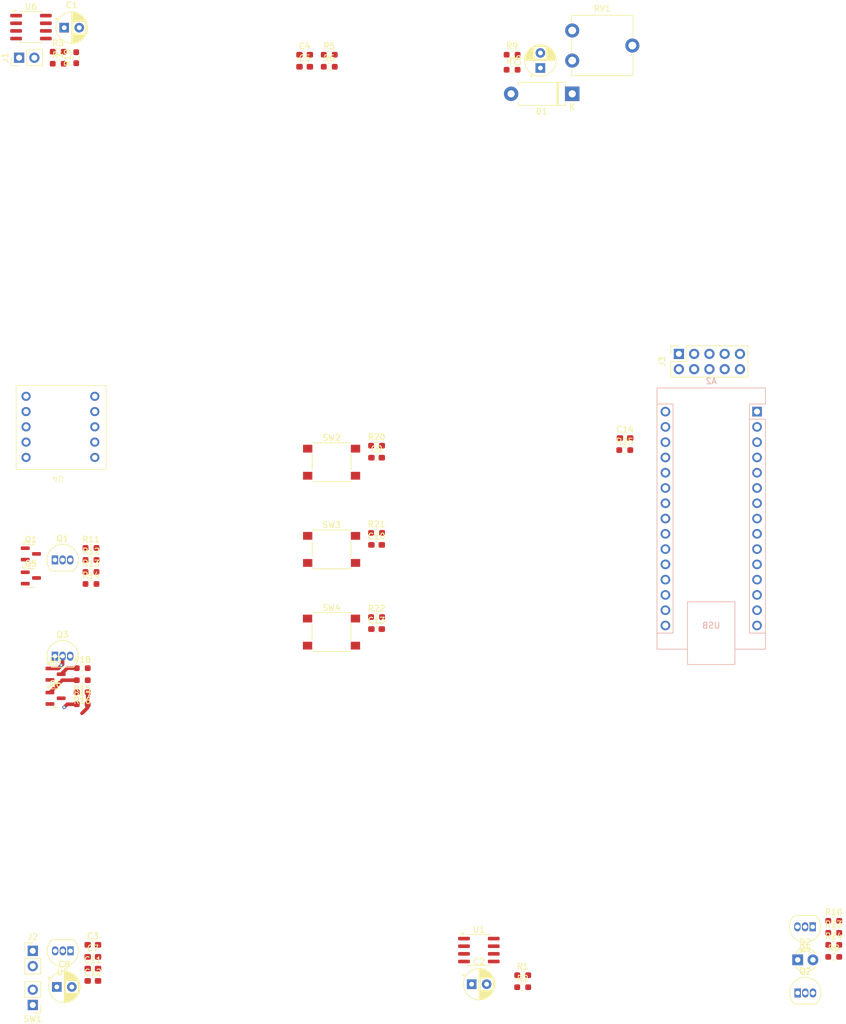
<source format=kicad_pcb>
(kicad_pcb (version 20240108) (generator "pcbnew") (generator_version "8.0")
  (title_block (title "Klokke modul") (date "08-04-2024") (rev "rev. 1") (company "E-ingeniør over grænsen"))
  (layers (0 "F.Cu" signal) (31 "B.Cu" signal) (34 "B.Paste" user) (35 "F.Paste" user) (36 "B.SilkS" user "B.Silkscreen") (37 "F.SilkS" user "F.Silkscreen") (38 "B.Mask" user) (39 "F.Mask" user) (44 "Edge.Cuts" user))
  (net 0 "")
  (net 1 "Rm{slash}L")
  (net 2 "Rm{slash}H")
  (net 3 "Vref45")
  (net 4 "+9V")
  (net 5 "GND")
  (net 6 "Knap1")
  (net 9 "Net-(A2-A0)")
  (net 11 "SCK")
  (net 12 "CE")
  (net 13 "U{slash}~{D}_ARD")
  (net 17 "Knap3")
  (net 22 "~{Inc}_ARD")
  (net 23 "Net-(A2-+5V)")
  (net 24 "MISO")
  (net 26 "MOSI")
  (net 30 "Net-(A2-AREF)")
  (net 31 "Knap2")
  (net 32 "~{CS}")
  (net 33 "Net-(J1-Pin_1)")
  (net 34 "Net-(C5-Pad1)")
  (net 35 "+3V3")
  (net 36 "Net-(D2-A)")
  (net 37 "Net-(D2-K)")
  (net 38 "Net-(J2-Pin_1)")
  (net 39 "IRQ")
  (net 40 "+3.3V")
  (net 41 "Net-(Q1-C)")
  (net 42 "Net-(Q1-B)")
  (net 43 "U{slash}~{D}_POT")
  (net 44 "Net-(Q2-B)")
  (net 45 "Net-(Q3-B)")
  (net 46 "Net-(Q3-C)")
  (net 47 "Net-(Q4-B)")
  (net 48 "~{Inc}_POT")
  (net 49 "Net-(R9-Pad2)")
  (net 50 "Net-(U6A-+)")
  (net 51 "Net-(U1A-+)")
  (net 52 "Net-(U6B-+)")
  (net 53 "Net-(U6B--)")
  (net 54 "Net-(U1B-+)")
  (net 55 "Net-(U1B--)")
  (net 56 "Net-(Q5-B)")
  (net 57 "Net-(Q5-C)")
  (net 58 "Net-(Q6-B)")
  (net 59 "Net-(Q6-C)")
  (footprint "Capacitor_SMD:C_0603_1608Metric_Pad1.08x0.95mm_HandSolder" (layer "F.Cu") (at 86.96 105)
    (property "Reference" "C10" (at 0 -1.43 0) (layer "F.SilkS"))
    (property "Value" "47n")
    (pad "1" smd roundrect (at -0.8625 0) (size 1.075 0.95) (layers "F.Cu" "F.Paste" "F.Mask") (net 31 "Knap2"))
    (pad "2" smd roundrect (at 0.8625 0) (size 1.075 0.95) (layers "F.Cu" "F.Paste" "F.Mask") (net 5 "GND"))
  )
  (footprint "Package_TO_SOT_SMD:SOT-23" (layer "F.Cu") (at 33.5625 126.5)
    (property "Reference" "Q3" (at 0 -2.4 0) (layer "F.SilkS"))
    (property "Value" "BC856")
    (pad "1" smd roundrect (at -0.9375 -0.95) (size 1.475 0.6) (layers "F.Cu" "F.Paste" "F.Mask") (net 45 "Net-(Q3-B)"))
    (pad "2" smd roundrect (at -0.9375 0.95) (size 1.475 0.6) (layers "F.Cu" "F.Paste" "F.Mask") (net 4 "+9V"))
    (pad "3" smd roundrect (at 0.9375 0) (size 1.475 0.6) (layers "F.Cu" "F.Paste" "F.Mask") (net 48 "~{Inc}_POT"))
  )
  (footprint "Resistor_SMD:R_0603_1608Metric_Pad0.98x0.95mm_HandSolder" (layer "F.Cu") (at 128.24 89.24)
    (property "Reference" "R25" (at 0 -1.43 0) (layer "F.SilkS"))
    (property "Value" "10k")
    (pad "1" smd roundrect (at -0.9125 0) (size 0.975 0.95) (layers "F.Cu" "F.Paste" "F.Mask") (net 23 "Net-(A2-+5V)"))
    (pad "2" smd roundrect (at 0.9125 0) (size 0.975 0.95) (layers "F.Cu" "F.Paste" "F.Mask") (net 30 "Net-(A2-AREF)"))
  )
  (footprint "Resistor_SMD:R_0603_1608Metric_Pad0.98x0.95mm_HandSolder" (layer "F.Cu") (at 109.5 23.5)
    (property "Reference" "R9" (at 0 -1.43 0) (layer "F.SilkS"))
    (property "Value" "49k9")
    (pad "1" smd roundrect (at -0.9125 0) (size 0.975 0.95) (layers "F.Cu" "F.Paste" "F.Mask") (net 9 "Net-(A2-A0)"))
    (pad "2" smd roundrect (at 0.9125 0) (size 0.975 0.95) (layers "F.Cu" "F.Paste" "F.Mask") (net 49 "Net-(R9-Pad2)"))
  )
  (footprint "Resistor_SMD:R_0603_1608Metric_Pad0.98x0.95mm_HandSolder" (layer "F.Cu") (at 111.264775 178.545)
    (property "Reference" "R2" (at 0 -1.43 0) (layer "F.SilkS"))
    (property "Value" "10k")
    (pad "1" smd roundrect (at -0.9125 0) (size 0.975 0.95) (layers "F.Cu" "F.Paste" "F.Mask") (net 51 "Net-(U1A-+)"))
    (pad "2" smd roundrect (at 0.9125 0) (size 0.975 0.95) (layers "F.Cu" "F.Paste" "F.Mask") (net 5 "GND"))
  )
  (footprint "Capacitor_SMD:C_0603_1608Metric_Pad1.08x0.95mm_HandSolder" (layer "F.Cu") (at 39.77 171.5)
    (property "Reference" "C3" (at 0 -1.43 0) (layer "F.SilkS"))
    (property "Value" "100n")
    (pad "1" smd roundrect (at -0.8625 0) (size 1.075 0.95) (layers "F.Cu" "F.Paste" "F.Mask") (net 4 "+9V"))
    (pad "2" smd roundrect (at 0.8625 0) (size 1.075 0.95) (layers "F.Cu" "F.Paste" "F.Mask") (net 5 "GND"))
  )
  (footprint "Connector_PinHeader_2.54mm:PinHeader_1x02_P2.54mm_Vertical" (layer "F.Cu") (at 27.5 24 90)
    (property "Reference" "J1" (at 0 -2.33 -90) (layer "F.SilkS"))
    (property "Value" "Conn_01x02")
    (pad "1" thru_hole rect (at 0 0 90) (size 1.7 1.7) (drill 1) (layers "*.Cu" "*.Mask") (net 33 "Net-(J1-Pin_1)"))
    (pad "2" thru_hole oval (at 0 2.54 90) (size 1.7 1.7) (drill 1) (layers "*.Cu" "*.Mask") (net 5 "GND"))
  )
  (footprint "XCR_breakout:X9C_breakout" (layer "F.Cu") (at 40.088 90.453 180)
    (property "Reference" "U4" (at 6.088 -3.547 180) (layer "F.SilkS") (effects (font (thickness 0.1))))
    (property "Value" "X9C104")
    (pad "1" thru_hole circle (at 0 0 180) (size 1.524 1.524) (drill 0.9) (layers "*.Cu" "*.Mask") (net 4 "+9V"))
    (pad "2" thru_hole circle (at 0 2.54 180) (size 1.524 1.524) (drill 0.9) (layers "*.Cu" "*.Mask") (net 3 "Vref45"))
    (pad "3" thru_hole circle (at 0 5.08 180) (size 1.524 1.524) (drill 0.9) (layers "*.Cu" "*.Mask") (net 43 "U{slash}~{D}_POT"))
    (pad "4" thru_hole circle (at 0 7.62 180) (size 1.524 1.524) (drill 0.9) (layers "*.Cu" "*.Mask") (net 48 "~{Inc}_POT"))
    (pad "5" thru_hole circle (at 0 10.16 180) (size 1.524 1.524) (drill 0.9) (layers "*.Cu" "*.Mask") (net 3 "Vref45"))
    (pad "6" thru_hole circle (at 11.43 10.16 180) (size 1.524 1.524) (drill 0.9) (layers "*.Cu" "*.Mask") (net 3 "Vref45"))
    (pad "7" thru_hole circle (at 11.43 7.62 180) (size 1.524 1.524) (drill 0.9) (layers "*.Cu" "*.Mask") (net 1 "Rm{slash}L"))
    (pad "8" thru_hole circle (at 11.43 5.08 180) (size 1.524 1.524) (drill 0.9) (layers "*.Cu" "*.Mask") (net 1 "Rm{slash}L"))
    (pad "9" thru_hole circle (at 11.43 2.54 180) (size 1.524 1.524) (drill 0.9) (layers "*.Cu" "*.Mask") (net 2 "Rm{slash}H"))
    (pad "10" thru_hole circle (at 11.43 0 180) (size 1.524 1.524) (drill 0.9) (layers "*.Cu" "*.Mask") (net 4 "+9V"))
  )
  (footprint "Resistor_SMD:R_0603_1608Metric_Pad0.98x0.95mm_HandSolder" (layer "F.Cu") (at 109.5 26)
    (property "Reference" "R7" (at 0 -1.43 0) (layer "F.SilkS"))
    (property "Value" "178k")
    (pad "1" smd roundrect (at -0.9125 0) (size 0.975 0.95) (layers "F.Cu" "F.Paste" "F.Mask") (net 4 "+9V"))
    (pad "2" smd roundrect (at 0.9125 0) (size 0.975 0.95) (layers "F.Cu" "F.Paste" "F.Mask") (net 9 "Net-(A2-A0)"))
  )
  (footprint "Resistor_SMD:R_0603_1608Metric_Pad0.98x0.95mm_HandSolder" (layer "F.Cu") (at 163 171.5)
    (property "Reference" "R24" (at 0 -1.43 0) (layer "F.SilkS"))
    (property "Value" "6k19")
    (pad "1" smd roundrect (at -0.9125 0) (size 0.975 0.95) (layers "F.Cu" "F.Paste" "F.Mask") (net 5 "GND"))
    (pad "2" smd roundrect (at 0.9125 0) (size 0.975 0.95) (layers "F.Cu" "F.Paste" "F.Mask") (net 55 "Net-(U1B--)"))
  )
  (footprint "Button_Switch_SMD:SW_SPST_PTS645" (layer "F.Cu") (at 79.46 119.5)
    (property "Reference" "SW4" (at 0 -4.05 0) (layer "F.SilkS"))
    (property "Value" "SW_SPST")
    (pad "1" smd rect (at -3.98 -2.25) (size 1.55 1.3) (layers "F.Cu" "F.Paste" "F.Mask") (net 4 "+9V"))
    (pad "1" smd rect (at 3.98 -2.25) (size 1.55 1.3) (layers "F.Cu" "F.Paste" "F.Mask") (net 4 "+9V"))
    (pad "2" smd rect (at -3.98 2.25) (size 1.55 1.3) (layers "F.Cu" "F.Paste" "F.Mask") (net 5 "GND"))
    (pad "2" smd rect (at 3.98 2.25) (size 1.55 1.3) (layers "F.Cu" "F.Paste" "F.Mask") (net 5 "GND"))
  )
  (footprint "Diode_THT:D_DO-15_P10.16mm_Horizontal" (layer "F.Cu") (at 119.5 30 180)
    (property "Reference" "D1" (at 5.08 -2.92 180) (layer "F.SilkS"))
    (property "Value" "D_Zener")
    (fp_text user "K" (at 0 -2.2 180) (layer "F.SilkS"))
    (pad "1" thru_hole rect (at 0 0 180) (size 2.4 2.4) (drill 1.2) (layers "*.Cu" "*.Mask") (net 9 "Net-(A2-A0)"))
    (pad "2" thru_hole oval (at 10.16 0 180) (size 2.4 2.4) (drill 1.2) (layers "*.Cu" "*.Mask") (net 5 "GND"))
  )
  (footprint "Package_TO_SOT_THT:TO-92_Inline" (layer "F.Cu") (at 33.46 123.5)
    (property "Reference" "Q3" (at 1.27 -3.56 360) (layer "F.SilkS"))
    (property "Value" "BC547")
    (pad "1" thru_hole rect (at 0 0) (size 1.05 1.5) (drill 0.75) (layers "*.Cu" "*.Mask") (net 46 "Net-(Q3-C)"))
    (pad "2" thru_hole oval (at 1.27 0) (size 1.05 1.5) (drill 0.75) (layers "*.Cu" "*.Mask") (net 45 "Net-(Q3-B)"))
    (pad "3" thru_hole oval (at 2.54 0) (size 1.05 1.5) (drill 0.75) (layers "*.Cu" "*.Mask") (net 5 "GND"))
  )
  (footprint "Button_Switch_SMD:SW_SPST_PTS645" (layer "F.Cu") (at 79.48 105.75)
    (property "Reference" "SW3" (at 0 -4.05 0) (layer "F.SilkS"))
    (property "Value" "SW_SPST")
    (pad "1" smd rect (at -3.98 -2.25) (size 1.55 1.3) (layers "F.Cu" "F.Paste" "F.Mask") (net 4 "+9V"))
    (pad "1" smd rect (at 3.98 -2.25) (size 1.55 1.3) (layers "F.Cu" "F.Paste" "F.Mask") (net 4 "+9V"))
    (pad "2" smd rect (at -3.98 2.25) (size 1.55 1.3) (layers "F.Cu" "F.Paste" "F.Mask") (net 5 "GND"))
    (pad "2" smd rect (at 3.98 2.25) (size 1.55 1.3) (layers "F.Cu" "F.Paste" "F.Mask") (net 5 "GND"))
  )
  (footprint "Resistor_SMD:R_0603_1608Metric_Pad0.98x0.95mm_HandSolder" (layer "F.Cu") (at 34 25)
    (property "Reference" "R4" (at 0 -1.43 0) (layer "F.SilkS"))
    (property "Value" "619R")
    (pad "1" smd roundrect (at -0.9125 0) (size 0.975 0.95) (layers "F.Cu" "F.Paste" "F.Mask") (net 1 "Rm{slash}L"))
    (pad "2" smd roundrect (at 0.9125 0) (size 0.975 0.95) (layers "F.Cu" "F.Paste" "F.Mask") (net 3 "Vref45"))
  )
  (footprint "Package_TO_SOT_THT:TO-92_Inline" (layer "F.Cu") (at 159.5 168.5 180)
    (property "Reference" "Q4" (at 1.27 -3.56 180) (layer "F.SilkS"))
    (property "Value" "BC557")
    (pad "1" thru_hole rect (at 0 0 180) (size 1.05 1.5) (drill 0.75) (layers "*.Cu" "*.Mask") (net 48 "~{Inc}_POT"))
    (pad "2" thru_hole oval (at 1.27 0 180) (size 1.05 1.5) (drill 0.75) (layers "*.Cu" "*.Mask") (net 47 "Net-(Q4-B)"))
    (pad "3" thru_hole oval (at 2.54 0 180) (size 1.05 1.5) (drill 0.75) (layers "*.Cu" "*.Mask") (net 4 "+9V"))
  )
  (footprint "Resistor_SMD:R_0603_1608Metric_Pad0.98x0.95mm_HandSolder" (layer "F.Cu") (at 86.96 117)
    (property "Reference" "R22" (at 0 -1.43 0) (layer "F.SilkS"))
    (property "Value" "1k")
    (pad "1" smd roundrect (at -0.9125 0) (size 0.975 0.95) (layers "F.Cu" "F.Paste" "F.Mask") (net 17 "Knap3"))
    (pad "2" smd roundrect (at 0.9125 0) (size 0.975 0.95) (layers "F.Cu" "F.Paste" "F.Mask") (net 4 "+9V"))
  )
  (footprint "Potentiometer_THT:Potentiometer_ACP_CA9-V10_Vertical_Hole" (layer "F.Cu") (at 119.5 24.475)
    (property "Reference" "RV1" (at 5 -8.65 0) (layer "F.SilkS"))
    (property "Value" "47k")
    (pad "" np_thru_hole circle (at 5 -2.5) (size 4 4) (drill 4) (layers "*.Cu" "*.Mask"))
    (pad "1" thru_hole circle (at 0 0) (size 2.34 2.34) (drill 1.3) (layers "*.Cu" "*.Mask") (net 49 "Net-(R9-Pad2)"))
    (pad "2" thru_hole circle (at 10 -2.5) (size 2.34 2.34) (drill 1.3) (layers "*.Cu" "*.Mask") (net 49 "Net-(R9-Pad2)"))
    (pad "3" thru_hole circle (at 0 -5) (size 2.34 2.34) (drill 1.3) (layers "*.Cu" "*.Mask") (net 5 "GND"))
  )
  (footprint "Capacitor_THT:CP_Radial_D5.0mm_P2.50mm" (layer "F.Cu") (at 102.764775 178.045)
    (property "Reference" "C2" (at 1.25 -3.75 0) (layer "F.SilkS"))
    (property "Value" "10u")
    (pad "1" thru_hole rect (at 0 0) (size 1.6 1.6) (drill 0.8) (layers "*.Cu" "*.Mask") (net 51 "Net-(U1A-+)"))
    (pad "2" thru_hole circle (at 2.5 0) (size 1.6 1.6) (drill 0.8) (layers "*.Cu" "*.Mask") (net 5 "GND"))
  )
  (footprint "Resistor_SMD:R_0603_1608Metric_Pad0.98x0.95mm_HandSolder" (layer "F.Cu") (at 111.264775 176.545)
    (property "Reference" "R1" (at 0 -1.43 0) (layer "F.SilkS"))
    (property "Value" "10k")
    (pad "1" smd roundrect (at -0.9125 0) (size 0.975 0.95) (layers "F.Cu" "F.Paste" "F.Mask") (net 4 "+9V"))
    (pad "2" smd roundrect (at 0.9125 0) (size 0.975 0.95) (layers "F.Cu" "F.Paste" "F.Mask") (net 51 "Net-(U1A-+)"))
  )
  (footprint "Resistor_SMD:R_0603_1608Metric_Pad0.98x0.95mm_HandSolder" (layer "F.Cu") (at 86.96 88.5)
    (property "Reference" "R20" (at 0 -1.43 0) (layer "F.SilkS"))
    (property "Value" "1k")
    (pad "1" smd roundrect (at -0.9125 0) (size 0.975 0.95) (layers "F.Cu" "F.Paste" "F.Mask") (net 6 "Knap1"))
    (pad "2" smd roundrect (at 0.9125 0) (size 0.975 0.95) (layers "F.Cu" "F.Paste" "F.Mask") (net 4 "+9V"))
  )
  (footprint "Package_TO_SOT_SMD:SOT-23" (layer "F.Cu") (at 33.5625 130.5)
    (property "Reference" "Q6" (at 0 -2.4 0) (layer "F.SilkS"))
    (property "Value" "BC846")
    (pad "1" smd roundrect (at -0.9375 -0.95) (size 1.475 0.6) (layers "F.Cu" "F.Paste" "F.Mask") (net 58 "Net-(Q6-B)"))
    (pad "2" smd roundrect (at -0.9375 0.95) (size 1.475 0.6) (layers "F.Cu" "F.Paste" "F.Mask") (net 5 "GND"))
    (pad "3" smd roundrect (at 0.9375 0) (size 1.475 0.6) (layers "F.Cu" "F.Paste" "F.Mask") (net 59 "Net-(Q6-C)"))
  )
  (footprint "Package_TO_SOT_THT:TO-92_Inline" (layer "F.Cu") (at 157 179.5)
    (property "Reference" "Q2" (at 1.27 -3.56 0) (layer "F.SilkS"))
    (property "Value" "BC557")
    (pad "1" thru_hole rect (at 0 0) (size 1.05 1.5) (drill 0.75) (layers "*.Cu" "*.Mask") (net 43 "U{slash}~{D}_POT"))
    (pad "2" thru_hole oval (at 1.27 0) (size 1.05 1.5) (drill 0.75) (layers "*.Cu" "*.Mask") (net 44 "Net-(Q2-B)"))
    (pad "3" thru_hole oval (at 2.54 0) (size 1.05 1.5) (drill 0.75) (layers "*.Cu" "*.Mask") (net 4 "+9V"))
  )
  (footprint "Capacitor_THT:CP_Radial_D5.0mm_P2.50mm" (layer "F.Cu") (at 35 19)
    (property "Reference" "C1" (at 1.25 -3.75 0) (layer "F.SilkS"))
    (property "Value" "47u")
    (pad "1" thru_hole rect (at 0 0) (size 1.6 1.6) (drill 0.8) (layers "*.Cu" "*.Mask") (net 33 "Net-(J1-Pin_1)"))
    (pad "2" thru_hole circle (at 2.5 0) (size 1.6 1.6) (drill 0.8) (layers "*.Cu" "*.Mask") (net 50 "Net-(U6A-+)"))
  )
  (footprint "Capacitor_SMD:C_0603_1608Metric_Pad1.08x0.95mm_HandSolder" (layer "F.Cu") (at 39.77 173.5)
    (property "Reference" "C7" (at 0 -1.43 0) (layer "F.SilkS"))
    (property "Value" "100n")
    (pad "1" smd roundrect (at -0.8625 0) (size 1.075 0.95) (layers "F.Cu" "F.Paste" "F.Mask") (net 4 "+9V"))
    (pad "2" smd roundrect (at 0.8625 0) (size 1.075 0.95) (layers "F.Cu" "F.Paste" "F.Mask") (net 5 "GND"))
  )
  (footprint "Package_TO_SOT_THT:TO-92_Inline" (layer "F.Cu") (at 36.04 172.5 180)
    (property "Reference" "U5" (at 1.27 -3.56 180) (layer "F.SilkS"))
    (property "Value" "L78L33_TO92")
    (pad "1" thru_hole rect (at 0 0 180) (size 1.05 1.5) (drill 0.75) (layers "*.Cu" "*.Mask") (net 35 "+3V3"))
    (pad "2" thru_hole oval (at 1.27 0 180) (size 1.05 1.5) (drill 0.75) (layers "*.Cu" "*.Mask") (net 5 "GND"))
    (pad "3" thru_hole oval (at 2.54 0 180) (size 1.05 1.5) (drill 0.75) (layers "*.Cu" "*.Mask") (net 4 "+9V"))
  )
  (footprint "Resistor_SMD:R_0603_1608Metric_Pad0.98x0.95mm_HandSolder" (layer "F.Cu") (at 39.46 111.5)
    (property "Reference" "R14" (at 0 -1.43 0) (layer "F.SilkS"))
    (property "Value" "10k")
    (pad "1" smd roundrect (at -0.9125 0) (size 0.975 0.95) (layers "F.Cu" "F.Paste" "F.Mask") (net 43 "U{slash}~{D}_POT"))
    (pad "2" smd roundrect (at 0.9125 0) (size 0.975 0.95) (layers "F.Cu" "F.Paste" "F.Mask") (net 3 "Vref45"))
  )
  (footprint "Resistor_SMD:R_0603_1608Metric_Pad0.98x0.95mm_HandSolder" (layer "F.Cu") (at 37 24 90)
    (property "Reference" "R19" (at 0 -1.43 -90) (layer "F.SilkS"))
    (property "Value" "20k")
    (pad "1" smd roundrect (at -0.9125 0 90) (size 0.975 0.95) (layers "F.Cu" "F.Paste" "F.Mask") (net 4 "+9V"))
    (pad "2" smd roundrect (at 0.9125 0 90) (size 0.975 0.95) (layers "F.Cu" "F.Paste" "F.Mask") (net 33 "Net-(J1-Pin_1)"))
  )
  (footprint "Connector_PinHeader_2.54mm:PinHeader_1x02_P2.54mm_Vertical" (layer "F.Cu") (at 29.77 172.5)
    (property "Reference" "J2" (at 0 -2.33 0) (layer "F.SilkS"))
    (property "Value" "Conn_01x02")
    (pad "1" thru_hole rect (at 0 0) (size 1.7 1.7) (drill 1) (layers "*.Cu" "*.Mask") (net 38 "Net-(J2-Pin_1)"))
    (pad "2" thru_hole oval (at 0 2.54) (size 1.7 1.7) (drill 1) (layers "*.Cu" "*.Mask") (net 5 "GND"))
  )
  (footprint "Resistor_SMD:R_0603_1608Metric_Pad0.98x0.95mm_HandSolder" (layer "F.Cu") (at 38 131.5)
    (property "Reference" "R17" (at 0 -1.43 0) (layer "F.SilkS"))
    (property "Value" "10k")
    (pad "1" smd roundrect (at -0.9125 0) (size 0.975 0.95) (layers "F.Cu" "F.Paste" "F.Mask") (net 45 "Net-(Q3-B)"))
    (pad "2" smd roundrect (at 0.9125 0) (size 0.975 0.95) (layers "F.Cu" "F.Paste" "F.Mask") (net 59 "Net-(Q6-C)"))
  )
  (footprint "Capacitor_SMD:C_0603_1608Metric_Pad1.08x0.95mm_HandSolder" (layer "F.Cu") (at 86.96 119)
    (property "Reference" "C13" (at 0 -1.43 0) (layer "F.SilkS"))
    (property "Value" "47n")
    (pad "1" smd roundrect (at -0.8625 0) (size 1.075 0.95) (layers "F.Cu" "F.Paste" "F.Mask") (net 17 "Knap3"))
    (pad "2" smd roundrect (at 0.8625 0) (size 1.075 0.95) (layers "F.Cu" "F.Paste" "F.Mask") (net 5 "GND"))
  )
  (footprint "Capacitor_SMD:C_0603_1608Metric_Pad1.08x0.95mm_HandSolder" (layer "F.Cu") (at 39.77 175.445)
    (property "Reference" "C11" (at 0 -1.43 0) (layer "F.SilkS"))
    (property "Value" "100n")
    (pad "1" smd roundrect (at -0.8625 0) (size 1.075 0.95) (layers "F.Cu" "F.Paste" "F.Mask") (net 4 "+9V"))
    (pad "2" smd roundrect (at 0.8625 0) (size 1.075 0.95) (layers "F.Cu" "F.Paste" "F.Mask") (net 5 "GND"))
  )
  (footprint "LED_THT:LED_D3.0mm" (layer "F.Cu") (at 157 174)
    (property "Reference" "D2" (at 1.27 -2.96 0) (layer "F.SilkS"))
    (property "Value" "LED")
    (pad "1" thru_hole rect (at 0 0) (size 1.8 1.8) (drill 0.9) (layers "*.Cu" "*.Mask") (net 37 "Net-(D2-K)"))
    (pad "2" thru_hole circle (at 2.54 0) (size 1.8 1.8) (drill 0.9) (layers "*.Cu" "*.Mask") (net 36 "Net-(D2-A)"))
  )
  (footprint "Resistor_SMD:R_0603_1608Metric_Pad0.98x0.95mm_HandSolder" (layer "F.Cu") (at 39.46 109.5)
    (property "Reference" "R13" (at 0 -1.43 0) (layer "F.SilkS"))
    (property "Value" "10k")
    (pad "1" smd roundrect (at -0.9125 0) (size 0.975 0.95) (layers "F.Cu" "F.Paste" "F.Mask") (net 42 "Net-(Q1-B)"))
    (pad "2" smd roundrect (at 0.9125 0) (size 0.975 0.95) (layers "F.Cu" "F.Paste" "F.Mask") (net 57 "Net-(Q5-C)"))
  )
  (footprint "Resistor_SMD:R_0603_1608Metric_Pad0.98x0.95mm_HandSolder" (layer "F.Cu") (at 86.96 103)
    (property "Reference" "R21" (at 0 -1.43 0) (layer "F.SilkS"))
    (property "Value" "1k")
    (pad "1" smd roundrect (at -0.9125 0) (size 0.975 0.95) (layers "F.Cu" "F.Paste" "F.Mask") (net 31 "Knap2"))
    (pad "2" smd roundrect (at 0.9125 0) (size 0.975 0.95) (layers "F.Cu" "F.Paste" "F.Mask") (net 4 "+9V"))
  )
  (footprint "Capacitor_SMD:C_0603_1608Metric_Pad1.08x0.95mm_HandSolder" (layer "F.Cu") (at 86.96 90.5)
    (property "Reference" "C9" (at 0 -1.43 0) (layer "F.SilkS"))
    (property "Value" "47n")
    (pad "1" smd roundrect (at -0.8625 0) (size 1.075 0.95) (layers "F.Cu" "F.Paste" "F.Mask") (net 6 "Knap1"))
    (pad "2" smd roundrect (at 0.8625 0) (size 1.075 0.95) (layers "F.Cu" "F.Paste" "F.Mask") (net 5 "GND"))
  )
  (footprint "Capacitor_THT:CP_Radial_D5.0mm_P2.50mm" (layer "F.Cu") (at 33.77 178.5)
    (property "Reference" "C8" (at 1.25 -3.75 0) (layer "F.SilkS"))
    (property "Value" "10u")
    (pad "1" thru_hole rect (at 0 0) (size 1.6 1.6) (drill 0.8) (layers "*.Cu" "*.Mask") (net 35 "+3V3"))
    (pad "2" thru_hole circle (at 2.5 0) (size 1.6 1.6) (drill 0.8) (layers "*.Cu" "*.Mask") (net 5 "GND"))
  )
  (footprint "Package_SO:SOIC-8_3.9x4.9mm_P1.27mm" (layer "F.Cu") (at 103.975 172.365)
    (property "Reference" "U1" (at 0 -3.4 0) (layer "F.SilkS"))
    (property "Value" "TL082")
    (pad "1" smd roundrect (at -2.475 -1.905) (size 1.95 0.6) (layers "F.Cu" "F.Paste" "F.Mask") (net 3 "Vref45"))
    (pad "2" smd roundrect (at -2.475 -0.635) (size 1.95 0.6) (layers "F.Cu" "F.Paste" "F.Mask") (net 3 "Vref45"))
    (pad "3" smd roundrect (at -2.475 0.635) (size 1.95 0.6) (layers "F.Cu" "F.Paste" "F.Mask") (net 51 "Net-(U1A-+)"))
    (pad "4" smd roundrect (at -2.475 1.905) (size 1.95 0.6) (layers "F.Cu" "F.Paste" "F.Mask") (net 5 "GND"))
    (pad "5" smd roundrect (at 2.475 1.905) (size 1.95 0.6) (layers "F.Cu" "F.Paste" "F.Mask") (net 54 "Net-(U1B-+)"))
    (pad "6" smd roundrect (at 2.475 0.635) (size 1.95 0.6) (layers "F.Cu" "F.Paste" "F.Mask") (net 55 "Net-(U1B--)"))
    (pad "7" smd roundrect (at 2.475 -0.635) (size 1.95 0.6) (layers "F.Cu" "F.Paste" "F.Mask") (net 36 "Net-(D2-A)"))
    (pad "8" smd roundrect (at 2.475 -1.905) (size 1.95 0.6) (layers "F.Cu" "F.Paste" "F.Mask") (net 4 "+9V"))
  )
  (footprint "Button_Switch_SMD:SW_SPST_PTS645" (layer "F.Cu") (at 79.48 91.25)
    (property "Reference" "SW2" (at 0 -4.05 0) (layer "F.SilkS"))
    (property "Value" "SW_SPST")
    (pad "1" smd rect (at -3.98 -2.25) (size 1.55 1.3) (layers "F.Cu" "F.Paste" "F.Mask") (net 4 "+9V"))
    (pad "1" smd rect (at 3.98 -2.25) (size 1.55 1.3) (layers "F.Cu" "F.Paste" "F.Mask") (net 4 "+9V"))
    (pad "2" smd rect (at -3.98 2.25) (size 1.55 1.3) (layers "F.Cu" "F.Paste" "F.Mask") (net 5 "GND"))
    (pad "2" smd rect (at 3.98 2.25) (size 1.55 1.3) (layers "F.Cu" "F.Paste" "F.Mask") (net 5 "GND"))
  )
  (footprint "Package_TO_SOT_THT:TO-92_Inline" (layer "F.Cu") (at 33.46 107.5)
    (property "Reference" "Q1" (at 1.27 -3.56 0) (layer "F.SilkS"))
    (property "Value" "BC547")
    (pad "1" thru_hole rect (at 0 0) (size 1.05 1.5) (drill 0.75) (layers "*.Cu" "*.Mask") (net 41 "Net-(Q1-C)"))
    (pad "2" thru_hole oval (at 1.27 0) (size 1.05 1.5) (drill 0.75) (layers "*.Cu" "*.Mask") (net 42 "Net-(Q1-B)"))
    (pad "3" thru_hole oval (at 2.54 0) (size 1.05 1.5) (drill 0.75) (layers "*.Cu" "*.Mask") (net 5 "GND"))
  )
  (footprint "Resistor_SMD:R_0603_1608Metric_Pad0.98x0.95mm_HandSolder" (layer "F.Cu") (at 38 129.5 180)
    (property "Reference" "R16" (at 0 -1.43 180) (layer "F.SilkS"))
    (property "Value" "1k")
    (pad "1" smd roundrect (at -0.9125 0 180) (size 0.975 0.95) (layers "F.Cu" "F.Paste" "F.Mask") (net 59 "Net-(Q6-C)"))
    (pad "2" smd roundrect (at 0.9125 0 180) (size 0.975 0.95) (layers "F.Cu" "F.Paste" "F.Mask") (net 4 "+9V"))
  )
  (footprint "Resistor_SMD:R_0603_1608Metric_Pad0.98x0.95mm_HandSolder" (layer "F.Cu") (at 163 173.5)
    (property "Reference" "R8" (at 0 -1.43 0) (layer "F.SilkS"))
    (property "Value" "4k22")
    (pad "1" smd roundrect (at -0.9125 0) (size 0.975 0.95) (layers "F.Cu" "F.Paste" "F.Mask") (net 54 "Net-(U1B-+)"))
    (pad "2" smd roundrect (at 0.9125 0) (size 0.975 0.95) (layers "F.Cu" "F.Paste" "F.Mask") (net 35 "+3V3"))
  )
  (footprint "Capacitor_SMD:C_0603_1608Metric_Pad1.08x0.95mm_HandSolder" (layer "F.Cu") (at 39.77 177.5)
    (property "Reference" "C12" (at 0 -1.43 0) (layer "F.SilkS"))
    (property "Value" "100n")
    (pad "1" smd roundrect (at -0.8625 0) (size 1.075 0.95) (layers "F.Cu" "F.Paste" "F.Mask") (net 35 "+3V3"))
    (pad "2" smd roundrect (at 0.8625 0) (size 1.075 0.95) (layers "F.Cu" "F.Paste" "F.Mask") (net 5 "GND"))
  )
  (footprint "Resistor_SMD:R_0603_1608Metric_Pad0.98x0.95mm_HandSolder" (layer "F.Cu") (at 39.46 105.5)
    (property "Reference" "R11" (at 0 -1.43 0) (layer "F.SilkS"))
    (property "Value" "5k")
    (pad "1" smd roundrect (at -0.9125 0) (size 0.975 0.95) (layers "F.Cu" "F.Paste" "F.Mask") (net 13 "U{slash}~{D}_ARD"))
    (pad "2" smd roundrect (at 0.9125 0) (size 0.975 0.95) (layers "F.Cu" "F.Paste" "F.Mask") (net 56 "Net-(Q5-B)"))
  )
  (footprint "Resistor_SMD:R_0603_1608Metric_Pad0.98x0.95mm_HandSolder" (layer "F.Cu") (at 163 169.5)
    (property "Reference" "R23" (at 0 -1.43 0) (layer "F.SilkS"))
    (property "Value" "10k")
    (pad "1" smd roundrect (at -0.9125 0) (size 0.975 0.95) (layers "F.Cu" "F.Paste" "F.Mask") (net 55 "Net-(U1B--)"))
    (pad "2" smd roundrect (at 0.9125 0) (size 0.975 0.95) (layers "F.Cu" "F.Paste" "F.Mask") (net 4 "+9V"))
  )
  (footprint "Capacitor_SMD:C_0603_1608Metric_Pad1.08x0.95mm_HandSolder" (layer "F.Cu") (at 75 23.5)
    (property "Reference" "C4" (at 0 -1.43 0) (layer "F.SilkS"))
    (property "Value" "100n")
    (pad "1" smd roundrect (at -0.8625 0) (size 1.075 0.95) (layers "F.Cu" "F.Paste" "F.Mask") (net 52 "Net-(U6B-+)"))
    (pad "2" smd roundrect (at 0.8625 0) (size 1.075 0.95) (layers "F.Cu" "F.Paste" "F.Mask") (net 3 "Vref45"))
  )
  (footprint "Resistor_SMD:R_0603_1608Metric_Pad0.98x0.95mm_HandSolder" (layer "F.Cu") (at 38 127.5 180)
    (property "Reference" "R15" (at 0 -1.43 180) (layer "F.SilkS"))
    (property "Value" "5k")
    (pad "1" smd roundrect (at -0.9125 0 180) (size 0.975 0.95) (layers "F.Cu" "F.Paste" "F.Mask") (net 22 "~{Inc}_ARD"))
    (pad "2" smd roundrect (at 0.9125 0 180) (size 0.975 0.95) (layers "F.Cu" "F.Paste" "F.Mask") (net 58 "Net-(Q6-B)"))
  )
  (footprint "Resistor_SMD:R_0603_1608Metric_Pad0.98x0.95mm_HandSolder" (layer "F.Cu") (at 34 23)
    (property "Reference" "R3" (at 0 -1.43 0) (layer "F.SilkS"))
    (property "Value" "200k")
    (pad "1" smd roundrect (at -0.9125 0) (size 0.975 0.95) (layers "F.Cu" "F.Paste" "F.Mask") (net 50 "Net-(U6A-+)"))
    (pad "2" smd roundrect (at 0.9125 0) (size 0.975 0.95) (layers "F.Cu" "F.Paste" "F.Mask") (net 3 "Vref45"))
  )
  (footprint "Resistor_SMD:R_0603_1608Metric_Pad0.98x0.95mm_HandSolder" (layer "F.Cu") (at 79.0875 25.5)
    (property "Reference" "R6" (at 0 -1.43 0) (layer "F.SilkS"))
    (property "Value" "1k5")
    (pad "1" smd roundrect (at -0.9125 0) (size 0.975 0.95) (layers "F.Cu" "F.Paste" "F.Mask") (net 34 "Net-(C5-Pad1)"))
    (pad "2" smd roundrect (at 0.9125 0) (size 0.975 0.95) (layers "F.Cu" "F.Paste" "F.Mask") (net 52 "Net-(U6B-+)"))
  )
  (footprint "Resistor_SMD:R_0603_1608Metric_Pad0.98x0.95mm_HandSolder" (layer "F.Cu") (at 38 125.5)
    (property "Reference" "R18" (at 0 -1.43 0) (layer "F.SilkS"))
    (property "Value" "10k")
    (pad "1" smd roundrect (at -0.9125 0) (size 0.975 0.95) (layers "F.Cu" "F.Paste" "F.Mask") (net 48 "~{Inc}_POT"))
    (pad "2" smd roundrect (at 0.9125 0) (size 0.975 0.95) (layers "F.Cu" "F.Paste" "F.Mask") (net 3 "Vref45"))
  )
  (footprint "Package_TO_SOT_SMD:SOT-23" (layer "F.Cu") (at 29.46 110.5)
    (property "Reference" "Q5" (at 0 -2.4 0) (layer "F.SilkS"))
    (property "Value" "BC846")
    (pad "1" smd roundrect (at -0.9375 -0.95) (size 1.475 0.6) (layers "F.Cu" "F.Paste" "F.Mask") (net 56 "Net-(Q5-B)"))
    (pad "2" smd roundrect (at -0.9375 0.95) (size 1.475 0.6) (layers "F.Cu" "F.Paste" "F.Mask") (net 5 "GND"))
    (pad "3" smd roundrect (at 0.9375 0) (size 1.475 0.6) (layers "F.Cu" "F.Paste" "F.Mask") (net 57 "Net-(Q5-C)"))
  )
  (footprint "Resistor_SMD:R_0603_1608Metric_Pad0.98x0.95mm_HandSolder" (layer "F.Cu") (at 163 167.5)
    (property "Reference" "R10" (at 0 -1.43 0) (layer "F.SilkS"))
    (property "Value" "470R")
    (pad "1" smd roundrect (at -0.9125 0) (size 0.975 0.95) (layers "F.Cu" "F.Paste" "F.Mask") (net 37 "Net-(D2-K)"))
    (pad "2" smd roundrect (at 0.9125 0) (size 0.975 0.95) (layers "F.Cu" "F.Paste" "F.Mask") (net 5 "GND"))
  )
  (footprint "Connector_PinHeader_2.54mm:PinHeader_1x02_P2.54mm_Vertical" (layer "F.Cu") (at 29.77 181.5 180)
    (property "Reference" "SW1" (at 0 -2.33 180) (layer "F.SilkS"))
    (property "Value" "SW_SPST")
    (pad "1" thru_hole rect (at 0 0 180) (size 1.7 1.7) (drill 1) (layers "*.Cu" "*.Mask") (net 38 "Net-(J2-Pin_1)"))
    (pad "2" thru_hole oval (at 0 2.54 180) (size 1.7 1.7) (drill 1) (layers "*.Cu" "*.Mask") (net 4 "+9V"))
  )
  (footprint "Package_TO_SOT_SMD:SOT-23" (layer "F.Cu") (at 29.46 106.5)
    (property "Reference" "Q1" (at 0 -2.4 0) (layer "F.SilkS"))
    (property "Value" "BC856")
    (pad "1" smd roundrect (at -0.9375 -0.95) (size 1.475 0.6) (layers "F.Cu" "F.Paste" "F.Mask") (net 42 "Net-(Q1-B)"))
    (pad "2" smd roundrect (at -0.9375 0.95) (size 1.475 0.6) (layers "F.Cu" "F.Paste" "F.Mask") (net 4 "+9V"))
    (pad "3" smd roundrect (at 0.9375 0) (size 1.475 0.6) (layers "F.Cu" "F.Paste" "F.Mask") (net 43 "U{slash}~{D}_POT"))
  )
  (footprint "Package_SO:SOIC-8_3.9x4.9mm_P1.27mm" (layer "F.Cu") (at 29.475 18.905)
    (property "Reference" "U6" (at 0 -3.4 0) (layer "F.SilkS"))
    (property "Value" "TL082")
    (pad "1" smd roundrect (at -2.475 -1.905) (size 1.95 0.6) (layers "F.Cu" "F.Paste" "F.Mask") (net 2 "Rm{slash}H"))
    (pad "2" smd roundrect (at -2.475 -0.635) (size 1.95 0.6) (layers "F.Cu" "F.Paste" "F.Mask") (net 1 "Rm{slash}L"))
    (pad "3" smd roundrect (at -2.475 0.635) (size 1.95 0.6) (layers "F.Cu" "F.Paste" "F.Mask") (net 50 "Net-(U6A-+)"))
    (pad "4" smd roundrect (at -2.475 1.905) (size 1.95 0.6) (layers "F.Cu" "F.Paste" "F.Mask") (net 5 "GND"))
    (pad "5" smd roundrect (at 2.475 1.905) (size 1.95 0.6) (layers "F.Cu" "F.Paste" "F.Mask") (net 52 "Net-(U6B-+)"))
    (pad "6" smd roundrect (at 2.475 0.635) (size 1.95 0.6) (layers "F.Cu" "F.Paste" "F.Mask") (net 53 "Net-(U6B--)"))
    (pad "7" smd roundrect (at 2.475 -0.635) (size 1.95 0.6) (layers "F.Cu" "F.Paste" "F.Mask") (net 53 "Net-(U6B--)"))
    (pad "8" smd roundrect (at 2.475 -1.905) (size 1.95 0.6) (layers "F.Cu" "F.Paste" "F.Mask") (net 4 "+9V"))
  )
  (footprint "Capacitor_SMD:C_0603_1608Metric_Pad1.08x0.95mm_HandSolder" (layer "F.Cu") (at 128.29 87.24)
    (property "Reference" "C14" (at 0 -1.43 0) (layer "F.SilkS"))
    (property "Value" "47n")
    (pad "1" smd roundrect (at -0.8625 0) (size 1.075 0.95) (layers "F.Cu" "F.Paste" "F.Mask") (net 30 "Net-(A2-AREF)"))
    (pad "2" smd roundrect (at 0.8625 0) (size 1.075 0.95) (layers "F.Cu" "F.Paste" "F.Mask") (net 5 "GND"))
  )
  (footprint "Capacitor_SMD:C_0603_1608Metric_Pad1.08x0.95mm_HandSolder" (layer "F.Cu") (at 75 25.5)
    (property "Reference" "C5" (at 0 -1.43 0) (layer "F.SilkS"))
    (property "Value" "100n")
    (pad "1" smd roundrect (at -0.8625 0) (size 1.075 0.95) (layers "F.Cu" "F.Paste" "F.Mask") (net 34 "Net-(C5-Pad1)"))
    (pad "2" smd roundrect (at 0.8625 0) (size 1.075 0.95) (layers "F.Cu" "F.Paste" "F.Mask") (net 53 "Net-(U6B--)"))
  )
  (footprint "Connector_PinSocket_2.54mm:PinSocket_2x05_P2.54mm_Vertical" (layer "F.Cu") (at 137.24 73.24 90)
    (property "Reference" "J3" (at -1.27 -2.77 -90) (layer "F.SilkS"))
    (property "Value" "Conn_02x05_Odd_Even")
    (pad "1" thru_hole rect (at 0 0 90) (size 1.7 1.7) (drill 1) (layers "*.Cu" "*.Mask") (net 40 "+3.3V"))
    (pad "2" thru_hole oval (at -2.54 0 90) (size 1.7 1.7) (drill 1) (layers "*.Cu" "*.Mask") (net 40 "+3.3V"))
    (pad "3" thru_hole oval (at 0 2.54 90) (size 1.7 1.7) (drill 1) (layers "*.Cu" "*.Mask") (net 32 "~{CS}"))
    (pad "4" thru_hole oval (at -2.54 2.54 90) (size 1.7 1.7) (drill 1) (layers "*.Cu" "*.Mask") (net 12 "CE"))
    (pad "5" thru_hole oval (at 0 5.08 90) (size 1.7 1.7) (drill 1) (layers "*.Cu" "*.Mask") (net 26 "MOSI"))
    (pad "6" thru_hole oval (at -2.54 5.08 90) (size 1.7 1.7) (drill 1) (layers "*.Cu" "*.Mask") (net 11 "SCK"))
    (pad "7" thru_hole oval (at 0 7.62 90) (size 1.7 1.7) (drill 1) (layers "*.Cu" "*.Mask") (net 39 "IRQ"))
    (pad "8" thru_hole oval (at -2.54 7.62 90) (size 1.7 1.7) (drill 1) (layers "*.Cu" "*.Mask") (net 24 "MISO"))
    (pad "9" thru_hole oval (at 0 10.16 90) (size 1.7 1.7) (drill 1) (layers "*.Cu" "*.Mask") (net 5 "GND"))
    (pad "10" thru_hole oval (at -2.54 10.16 90) (size 1.7 1.7) (drill 1) (layers "*.Cu" "*.Mask") (net 5 "GND"))
  )
  (footprint "Capacitor_THT:CP_Radial_D5.0mm_P2.50mm" (layer "F.Cu") (at 114.205112 25.705112 90)
    (property "Reference" "C6" (at 1.25 -3.75 -90) (layer "F.SilkS"))
    (property "Value" "47u")
    (pad "1" thru_hole rect (at 0 0 90) (size 1.6 1.6) (drill 0.8) (layers "*.Cu" "*.Mask") (net 53 "Net-(U6B--)"))
    (pad "2" thru_hole circle (at 2.5 0 90) (size 1.6 1.6) (drill 0.8) (layers "*.Cu" "*.Mask") (net 9 "Net-(A2-A0)"))
  )
  (footprint "Resistor_SMD:R_0603_1608Metric_Pad0.98x0.95mm_HandSolder" (layer "F.Cu") (at 79.0875 23.5)
    (property "Reference" "R5" (at 0 -1.43 0) (layer "F.SilkS"))
    (property "Value" "1k5")
    (pad "1" smd roundrect (at -0.9125 0) (size 0.975 0.95) (layers "F.Cu" "F.Paste" "F.Mask") (net 2 "Rm{slash}H"))
    (pad "2" smd roundrect (at 0.9125 0) (size 0.975 0.95) (layers "F.Cu" "F.Paste" "F.Mask") (net 34 "Net-(C5-Pad1)"))
  )
  (footprint "Resistor_SMD:R_0603_1608Metric_Pad0.98x0.95mm_HandSolder" (layer "F.Cu") (at 39.46 107.5)
    (property "Reference" "R12" (at 0 -1.43 0) (layer "F.SilkS"))
    (property "Value" "1k")
    (pad "1" smd roundrect (at -0.9125 0) (size 0.975 0.95) (layers "F.Cu" "F.Paste" "F.Mask") (net 57 "Net-(Q5-C)"))
    (pad "2" smd roundrect (at 0.9125 0) (size 0.975 0.95) (layers "F.Cu" "F.Paste" "F.Mask") (net 4 "+9V"))
  )
  (footprint "Module:Arduino_Nano" (layer "B.Cu") (at 150.24 82.84 180)
    (property "Reference" "A2" (at 7.62 5.08 180) (layer "B.SilkS") (effects (justify mirror)))
    (property "Value" "Arduino_Nano_Every")
    (fp_text user "USB" (at 7.62 -35.56 0) (layer "B.SilkS") (effects (justify mirror)))
    (pad "1" thru_hole rect (at 0 0 180) (size 1.6 1.6) (drill 1) (layers "*.Cu" "*.Mask"))
    (pad "2" thru_hole oval (at 0 -2.54 180) (size 1.6 1.6) (drill 1) (layers "*.Cu" "*.Mask"))
    (pad "3" thru_hole oval (at 0 -5.08 180) (size 1.6 1.6) (drill 1) (layers "*.Cu" "*.Mask"))
    (pad "4" thru_hole oval (at 0 -7.62 180) (size 1.6 1.6) (drill 1) (layers "*.Cu" "*.Mask") (net 5 "GND"))
    (pad "5" thru_hole oval (at 0 -10.16 180) (size 1.6 1.6) (drill 1) (layers "*.Cu" "*.Mask") (net 13 "U{slash}~{D}_ARD"))
    (pad "6" thru_hole oval (at 0 -12.7 180) (size 1.6 1.6) (drill 1) (layers "*.Cu" "*.Mask") (net 22 "~{Inc}_ARD"))
    (pad "7" thru_hole oval (at 0 -15.24 180) (size 1.6 1.6) (drill 1) (layers "*.Cu" "*.Mask") (net 6 "Knap1"))
    (pad "8" thru_hole oval (at 0 -17.78 180) (size 1.6 1.6) (drill 1) (layers "*.Cu" "*.Mask") (net 31 "Knap2"))
    (pad "9" thru_hole oval (at 0 -20.32 180) (size 1.6 1.6) (drill 1) (layers "*.Cu" "*.Mask") (net 17 "Knap3"))
    (pad "10" thru_hole oval (at 0 -22.86 180) (size 1.6 1.6) (drill 1) (layers "*.Cu" "*.Mask"))
    (pad "11" thru_hole oval (at 0 -25.4 180) (size 1.6 1.6) (drill 1) (layers "*.Cu" "*.Mask") (net 32 "~{CS}"))
    (pad "12" thru_hole oval (at 0 -27.94 180) (size 1.6 1.6) (drill 1) (layers "*.Cu" "*.Mask") (net 12 "CE"))
    (pad "13" thru_hole oval (at 0 -30.48 180) (size 1.6 1.6) (drill 1) (layers "*.Cu" "*.Mask"))
    (pad "14" thru_hole oval (at 0 -33.02 180) (size 1.6 1.6) (drill 1) (layers "*.Cu" "*.Mask") (net 26 "MOSI"))
    (pad "15" thru_hole oval (at 0 -35.56 180) (size 1.6 1.6) (drill 1) (layers "*.Cu" "*.Mask") (net 24 "MISO"))
    (pad "16" thru_hole oval (at 15.24 -35.56 180) (size 1.6 1.6) (drill 1) (layers "*.Cu" "*.Mask") (net 11 "SCK"))
    (pad "17" thru_hole oval (at 15.24 -33.02 180) (size 1.6 1.6) (drill 1) (layers "*.Cu" "*.Mask"))
    (pad "18" thru_hole oval (at 15.24 -30.48 180) (size 1.6 1.6) (drill 1) (layers "*.Cu" "*.Mask") (net 30 "Net-(A2-AREF)"))
    (pad "19" thru_hole oval (at 15.24 -27.94 180) (size 1.6 1.6) (drill 1) (layers "*.Cu" "*.Mask") (net 9 "Net-(A2-A0)"))
    (pad "20" thru_hole oval (at 15.24 -25.4 180) (size 1.6 1.6) (drill 1) (layers "*.Cu" "*.Mask"))
    (pad "21" thru_hole oval (at 15.24 -22.86 180) (size 1.6 1.6) (drill 1) (layers "*.Cu" "*.Mask"))
    (pad "22" thru_hole oval (at 15.24 -20.32 180) (size 1.6 1.6) (drill 1) (layers "*.Cu" "*.Mask"))
    (pad "23" thru_hole oval (at 15.24 -17.78 180) (size 1.6 1.6) (drill 1) (layers "*.Cu" "*.Mask"))
    (pad "24" thru_hole oval (at 15.24 -15.24 180) (size 1.6 1.6) (drill 1) (layers "*.Cu" "*.Mask"))
    (pad "25" thru_hole oval (at 15.24 -12.7 180) (size 1.6 1.6) (drill 1) (layers "*.Cu" "*.Mask"))
    (pad "26" thru_hole oval (at 15.24 -10.16 180) (size 1.6 1.6) (drill 1) (layers "*.Cu" "*.Mask"))
    (pad "27" thru_hole oval (at 15.24 -7.62 180) (size 1.6 1.6) (drill 1) (layers "*.Cu" "*.Mask") (net 23 "Net-(A2-+5V)"))
    (pad "28" thru_hole oval (at 15.24 -5.08 180) (size 1.6 1.6) (drill 1) (layers "*.Cu" "*.Mask"))
    (pad "29" thru_hole oval (at 15.24 -2.54 180) (size 1.6 1.6) (drill 1) (layers "*.Cu" "*.Mask") (net 5 "GND"))
    (pad "30" thru_hole oval (at 15.24 0 180) (size 1.6 1.6) (drill 1) (layers "*.Cu" "*.Mask") (net 4 "+9V"))
  )
  (segment (start 35.5 131.5) (end 35 132) (width 0.6) (layer "F.Cu") (net 45))
  (segment (start 37.0875 131.5) (end 35.5 131.5) (width 0.6) (layer "F.Cu") (net 45))
  (segment (start 34.58 125) (end 34.73 124.85) (width 0.6) (layer "F.Cu") (net 45))
  (segment (start 34.5 125) (end 34.58 125) (width 0.6) (layer "F.Cu") (net 45))
  (segment (start 32.625 125.55) (end 34.03 125.55) (width 0.6) (layer "F.Cu") (net 45))
  (segment (start 34.73 124.85) (end 34.73 123.5) (width 0.6) (layer "F.Cu") (net 45))
  (segment (start 34.03 125.55) (end 34.5 125.08) (width 0.6) (layer "F.Cu") (net 45))
  (segment (start 34.5 125.08) (end 34.5 125) (width 0.6) (layer "F.Cu") (net 45))
  (via (at 35 132) (size 0.6) (drill 0.3) (layers "F.Cu" "B.Cu") (net 45))
  (via (at 34.5 125) (size 0.6) (drill 0.3) (layers "F.Cu" "B.Cu") (net 45))
  (segment (start 35.5 125.5) (end 34.5 126.5) (width 0.6) (layer "F.Cu") (net 48))
  (segment (start 37.0875 125.5) (end 35.5 125.5) (width 0.6) (layer "F.Cu") (net 48))
  (segment (start 34.675 127.5) (end 32.625 129.55) (width 0.6) (layer "F.Cu") (net 58))
  (segment (start 37.0875 127.5) (end 34.675 127.5) (width 0.6) (layer "F.Cu") (net 58))
  (segment (start 37.96 133) (end 38.9125 132.0475) (width 0.6) (layer "F.Cu") (net 59))
  (segment (start 38.9125 132.0475) (end 38.9125 131.5) (width 0.6) (layer "F.Cu") (net 59))
  (segment (start 38.9125 129.5) (end 38.9125 131.5) (width 0.6) (layer "F.Cu") (net 59))
)
</source>
